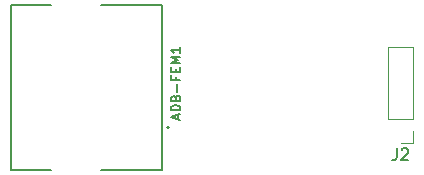
<source format=gbr>
%TF.GenerationSoftware,KiCad,Pcbnew,7.0.9-1.fc39*%
%TF.CreationDate,2023-12-29T10:16:04-08:00*%
%TF.ProjectId,M0116,4d303131-362e-46b6-9963-61645f706362,rev?*%
%TF.SameCoordinates,Original*%
%TF.FileFunction,Legend,Top*%
%TF.FilePolarity,Positive*%
%FSLAX46Y46*%
G04 Gerber Fmt 4.6, Leading zero omitted, Abs format (unit mm)*
G04 Created by KiCad (PCBNEW 7.0.9-1.fc39) date 2023-12-29 10:16:04*
%MOMM*%
%LPD*%
G01*
G04 APERTURE LIST*
%ADD10C,0.150000*%
%ADD11C,0.120000*%
%ADD12C,0.127000*%
%ADD13C,0.200000*%
G04 APERTURE END LIST*
D10*
X132666666Y-113514819D02*
X132666666Y-114229104D01*
X132666666Y-114229104D02*
X132619047Y-114371961D01*
X132619047Y-114371961D02*
X132523809Y-114467200D01*
X132523809Y-114467200D02*
X132380952Y-114514819D01*
X132380952Y-114514819D02*
X132285714Y-114514819D01*
X133095238Y-113610057D02*
X133142857Y-113562438D01*
X133142857Y-113562438D02*
X133238095Y-113514819D01*
X133238095Y-113514819D02*
X133476190Y-113514819D01*
X133476190Y-113514819D02*
X133571428Y-113562438D01*
X133571428Y-113562438D02*
X133619047Y-113610057D01*
X133619047Y-113610057D02*
X133666666Y-113705295D01*
X133666666Y-113705295D02*
X133666666Y-113800533D01*
X133666666Y-113800533D02*
X133619047Y-113943390D01*
X133619047Y-113943390D02*
X133047619Y-114514819D01*
X133047619Y-114514819D02*
X133666666Y-114514819D01*
X114133803Y-111030270D02*
X114133803Y-110649104D01*
X114362503Y-111106503D02*
X113562054Y-110839687D01*
X113562054Y-110839687D02*
X114362503Y-110572871D01*
X114362503Y-110306054D02*
X113562054Y-110306054D01*
X113562054Y-110306054D02*
X113562054Y-110115471D01*
X113562054Y-110115471D02*
X113600171Y-110001121D01*
X113600171Y-110001121D02*
X113676404Y-109924888D01*
X113676404Y-109924888D02*
X113752637Y-109886772D01*
X113752637Y-109886772D02*
X113905104Y-109848655D01*
X113905104Y-109848655D02*
X114019454Y-109848655D01*
X114019454Y-109848655D02*
X114171920Y-109886772D01*
X114171920Y-109886772D02*
X114248153Y-109924888D01*
X114248153Y-109924888D02*
X114324387Y-110001121D01*
X114324387Y-110001121D02*
X114362503Y-110115471D01*
X114362503Y-110115471D02*
X114362503Y-110306054D01*
X113943220Y-109238789D02*
X113981337Y-109124439D01*
X113981337Y-109124439D02*
X114019454Y-109086323D01*
X114019454Y-109086323D02*
X114095687Y-109048206D01*
X114095687Y-109048206D02*
X114210037Y-109048206D01*
X114210037Y-109048206D02*
X114286270Y-109086323D01*
X114286270Y-109086323D02*
X114324387Y-109124439D01*
X114324387Y-109124439D02*
X114362503Y-109200672D01*
X114362503Y-109200672D02*
X114362503Y-109505605D01*
X114362503Y-109505605D02*
X113562054Y-109505605D01*
X113562054Y-109505605D02*
X113562054Y-109238789D01*
X113562054Y-109238789D02*
X113600171Y-109162556D01*
X113600171Y-109162556D02*
X113638287Y-109124439D01*
X113638287Y-109124439D02*
X113714521Y-109086323D01*
X113714521Y-109086323D02*
X113790754Y-109086323D01*
X113790754Y-109086323D02*
X113866987Y-109124439D01*
X113866987Y-109124439D02*
X113905104Y-109162556D01*
X113905104Y-109162556D02*
X113943220Y-109238789D01*
X113943220Y-109238789D02*
X113943220Y-109505605D01*
X114057570Y-108705156D02*
X114057570Y-108095291D01*
X113943220Y-107447308D02*
X113943220Y-107714124D01*
X114362503Y-107714124D02*
X113562054Y-107714124D01*
X113562054Y-107714124D02*
X113562054Y-107332958D01*
X113943220Y-107028025D02*
X113943220Y-106761209D01*
X114362503Y-106646859D02*
X114362503Y-107028025D01*
X114362503Y-107028025D02*
X113562054Y-107028025D01*
X113562054Y-107028025D02*
X113562054Y-106646859D01*
X114362503Y-106303809D02*
X113562054Y-106303809D01*
X113562054Y-106303809D02*
X114133803Y-106036993D01*
X114133803Y-106036993D02*
X113562054Y-105770177D01*
X113562054Y-105770177D02*
X114362503Y-105770177D01*
X114362503Y-104969728D02*
X114362503Y-105427127D01*
X114362503Y-105198427D02*
X113562054Y-105198427D01*
X113562054Y-105198427D02*
X113676404Y-105274661D01*
X113676404Y-105274661D02*
X113752637Y-105350894D01*
X113752637Y-105350894D02*
X113790754Y-105427127D01*
D11*
%TO.C,J2*%
X134060000Y-113060000D02*
X133000000Y-113060000D01*
X134060000Y-112000000D02*
X134060000Y-113060000D01*
X134060000Y-111000000D02*
X134060000Y-104940000D01*
X134060000Y-111000000D02*
X131940000Y-111000000D01*
X134060000Y-104940000D02*
X131940000Y-104940000D01*
X131940000Y-111000000D02*
X131940000Y-104940000D01*
D12*
%TO.C,ADB-FEM1*%
X100000000Y-115350000D02*
X100000000Y-101350000D01*
X103440000Y-115350000D02*
X100000000Y-115350000D01*
X107620000Y-115320000D02*
X112830000Y-115320000D01*
X112830000Y-115320000D02*
X112830000Y-115350000D01*
X103440000Y-101350000D02*
X100000000Y-101350000D01*
X107620000Y-101350000D02*
X112830000Y-101350000D01*
X112830000Y-101350000D02*
X112830000Y-115320000D01*
D13*
X113410000Y-111750000D02*
G75*
G03*
X113410000Y-111750000I-100000J0D01*
G01*
%TD*%
M02*

</source>
